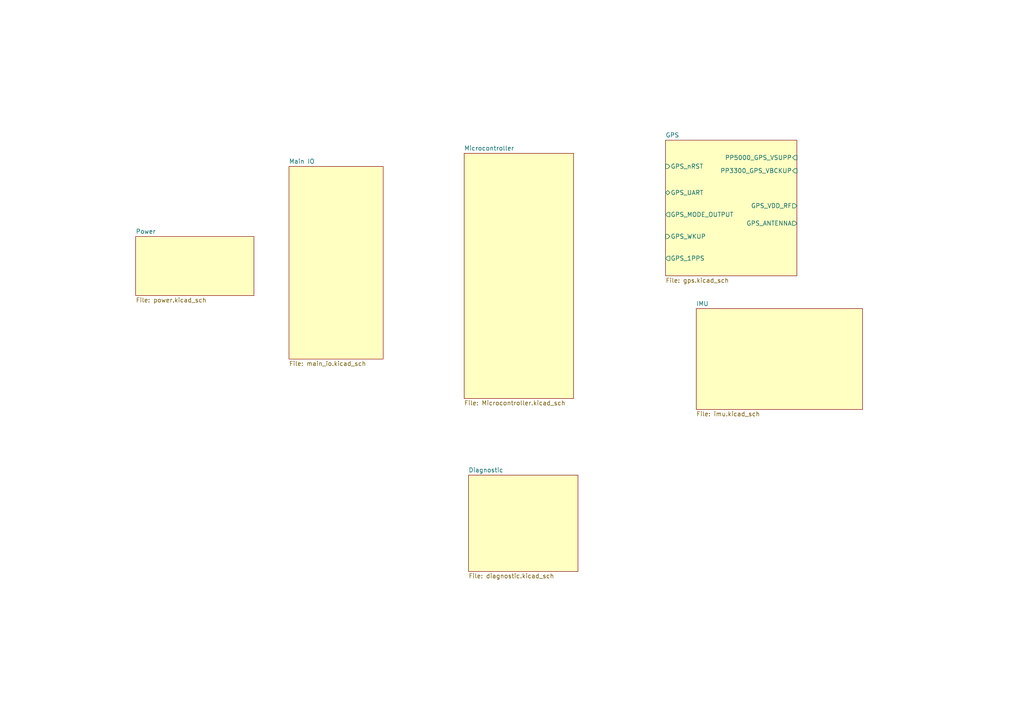
<source format=kicad_sch>
(kicad_sch
	(version 20250114)
	(generator "eeschema")
	(generator_version "9.0")
	(uuid "1f58b889-96e6-4877-90a3-5a655db5910b")
	(paper "A4")
	(lib_symbols)
	(sheet
		(at 193.04 40.64)
		(size 38.1 39.37)
		(exclude_from_sim no)
		(in_bom yes)
		(on_board yes)
		(dnp no)
		(fields_autoplaced yes)
		(stroke
			(width 0.1524)
			(type solid)
			(color 132 0 0 1)
		)
		(fill
			(color 255 255 194 1.0000)
		)
		(uuid "29d8e893-ab28-4f0b-b4ae-2fd3312ba121")
		(property "Sheetname" "GPS"
			(at 193.04 39.9284 0)
			(effects
				(font
					(size 1.27 1.27)
				)
				(justify left bottom)
			)
		)
		(property "Sheetfile" "gps.kicad_sch"
			(at 193.04 80.5946 0)
			(effects
				(font
					(size 1.27 1.27)
				)
				(justify left top)
			)
		)
		(pin "GPS_1PPS" output
			(at 193.04 74.93 180)
			(uuid "c43ea984-e069-46e8-8ca1-b99e08adc2a2")
			(effects
				(font
					(size 1.27 1.27)
				)
				(justify left)
			)
		)
		(pin "GPS_ANTENNA" output
			(at 231.14 64.77 0)
			(uuid "a81bc62a-38b3-47e8-8281-be7e84595d07")
			(effects
				(font
					(size 1.27 1.27)
				)
				(justify right)
			)
		)
		(pin "GPS_MODE_OUTPUT" output
			(at 193.04 62.23 180)
			(uuid "a23c241e-4e46-4e4e-97f3-b79d70a2afac")
			(effects
				(font
					(size 1.27 1.27)
				)
				(justify left)
			)
		)
		(pin "GPS_nRST" input
			(at 193.04 48.26 180)
			(uuid "61328370-c622-4b21-be13-ba2976dcc465")
			(effects
				(font
					(size 1.27 1.27)
				)
				(justify left)
			)
		)
		(pin "GPS_UART" bidirectional
			(at 193.04 55.88 180)
			(uuid "0656f126-f20f-44a0-bf3e-05109523663b")
			(effects
				(font
					(size 1.27 1.27)
				)
				(justify left)
			)
		)
		(pin "GPS_VDD_RF" output
			(at 231.14 59.69 0)
			(uuid "b7b6bfb5-36ae-44da-ba6f-ff028c92b760")
			(effects
				(font
					(size 1.27 1.27)
				)
				(justify right)
			)
		)
		(pin "GPS_WKUP" input
			(at 193.04 68.58 180)
			(uuid "10cb7d67-a270-4feb-8d8f-f0b5348f4a58")
			(effects
				(font
					(size 1.27 1.27)
				)
				(justify left)
			)
		)
		(pin "PP3300_GPS_VBCKUP" input
			(at 231.14 49.53 0)
			(uuid "5463d0bf-46d0-4ccf-9fc5-f2291864e276")
			(effects
				(font
					(size 1.27 1.27)
				)
				(justify right)
			)
		)
		(pin "PP5000_GPS_VSUPP" input
			(at 231.14 45.72 0)
			(uuid "a7e36d2e-30c7-4e99-9fd8-0e7912476b6c")
			(effects
				(font
					(size 1.27 1.27)
				)
				(justify right)
			)
		)
		(instances
			(project "SMU V1"
				(path "/1f58b889-96e6-4877-90a3-5a655db5910b"
					(page "5")
				)
			)
		)
	)
	(sheet
		(at 201.93 89.535)
		(size 48.26 29.21)
		(exclude_from_sim no)
		(in_bom yes)
		(on_board yes)
		(dnp no)
		(fields_autoplaced yes)
		(stroke
			(width 0.1524)
			(type solid)
			(color 132 0 0 1)
		)
		(fill
			(color 255 255 194 1.0000)
		)
		(uuid "4cd2b3ee-b9d4-4006-b5a4-98c8a3d3240f")
		(property "Sheetname" "IMU"
			(at 201.93 88.8234 0)
			(effects
				(font
					(size 1.27 1.27)
				)
				(justify left bottom)
			)
		)
		(property "Sheetfile" "imu.kicad_sch"
			(at 201.93 119.3296 0)
			(effects
				(font
					(size 1.27 1.27)
				)
				(justify left top)
			)
		)
		(instances
			(project "SMU V1"
				(path "/1f58b889-96e6-4877-90a3-5a655db5910b"
					(page "6")
				)
			)
		)
	)
	(sheet
		(at 135.89 137.795)
		(size 31.75 27.94)
		(exclude_from_sim no)
		(in_bom yes)
		(on_board yes)
		(dnp no)
		(fields_autoplaced yes)
		(stroke
			(width 0.1524)
			(type solid)
			(color 132 0 0 1)
		)
		(fill
			(color 255 255 194 1.0000)
		)
		(uuid "82104193-e79b-453a-b2db-44ed2a6ec2c1")
		(property "Sheetname" "Diagnostic"
			(at 135.89 137.0834 0)
			(effects
				(font
					(size 1.27 1.27)
				)
				(justify left bottom)
			)
		)
		(property "Sheetfile" "diagnostic.kicad_sch"
			(at 135.89 166.3196 0)
			(effects
				(font
					(size 1.27 1.27)
				)
				(justify left top)
			)
		)
		(instances
			(project "SMU V1"
				(path "/1f58b889-96e6-4877-90a3-5a655db5910b"
					(page "7")
				)
			)
		)
	)
	(sheet
		(at 83.82 48.26)
		(size 27.305 55.88)
		(exclude_from_sim no)
		(in_bom yes)
		(on_board yes)
		(dnp no)
		(fields_autoplaced yes)
		(stroke
			(width 0.1524)
			(type solid)
			(color 132 0 0 1)
		)
		(fill
			(color 255 255 194 1.0000)
		)
		(uuid "aa7c806b-d8c1-4e28-abf2-720fa257e015")
		(property "Sheetname" "Main IO"
			(at 83.82 47.5484 0)
			(effects
				(font
					(size 1.27 1.27)
				)
				(justify left bottom)
			)
		)
		(property "Sheetfile" "main_io.kicad_sch"
			(at 83.82 104.7246 0)
			(effects
				(font
					(size 1.27 1.27)
				)
				(justify left top)
			)
		)
		(instances
			(project "SMU V1"
				(path "/1f58b889-96e6-4877-90a3-5a655db5910b"
					(page "4")
				)
			)
		)
	)
	(sheet
		(at 39.37 68.58)
		(size 34.29 17.145)
		(exclude_from_sim no)
		(in_bom yes)
		(on_board yes)
		(dnp no)
		(fields_autoplaced yes)
		(stroke
			(width 0.1524)
			(type solid)
			(color 132 0 0 1)
		)
		(fill
			(color 255 255 194 1.0000)
		)
		(uuid "b9f10619-4e5b-45af-b866-c6815d605ed5")
		(property "Sheetname" "Power"
			(at 39.37 67.8684 0)
			(effects
				(font
					(size 1.27 1.27)
				)
				(justify left bottom)
			)
		)
		(property "Sheetfile" "power.kicad_sch"
			(at 39.37 86.3096 0)
			(effects
				(font
					(size 1.27 1.27)
				)
				(justify left top)
			)
		)
		(instances
			(project "SMU V1"
				(path "/1f58b889-96e6-4877-90a3-5a655db5910b"
					(page "3")
				)
			)
		)
	)
	(sheet
		(at 134.62 44.45)
		(size 31.75 71.12)
		(exclude_from_sim no)
		(in_bom yes)
		(on_board yes)
		(dnp no)
		(fields_autoplaced yes)
		(stroke
			(width 0.1524)
			(type solid)
		)
		(fill
			(color 255 255 194 1.0000)
		)
		(uuid "c495073d-8f0f-4c8c-b73c-60f0e4a1d97a")
		(property "Sheetname" "Microcontroller"
			(at 134.62 43.7384 0)
			(effects
				(font
					(size 1.27 1.27)
				)
				(justify left bottom)
			)
		)
		(property "Sheetfile" "Microcontroller.kicad_sch"
			(at 134.62 116.1546 0)
			(effects
				(font
					(size 1.27 1.27)
				)
				(justify left top)
			)
		)
		(instances
			(project "SMU V1"
				(path "/1f58b889-96e6-4877-90a3-5a655db5910b"
					(page "2")
				)
			)
		)
	)
	(sheet_instances
		(path "/"
			(page "1")
		)
	)
	(embedded_fonts no)
)

</source>
